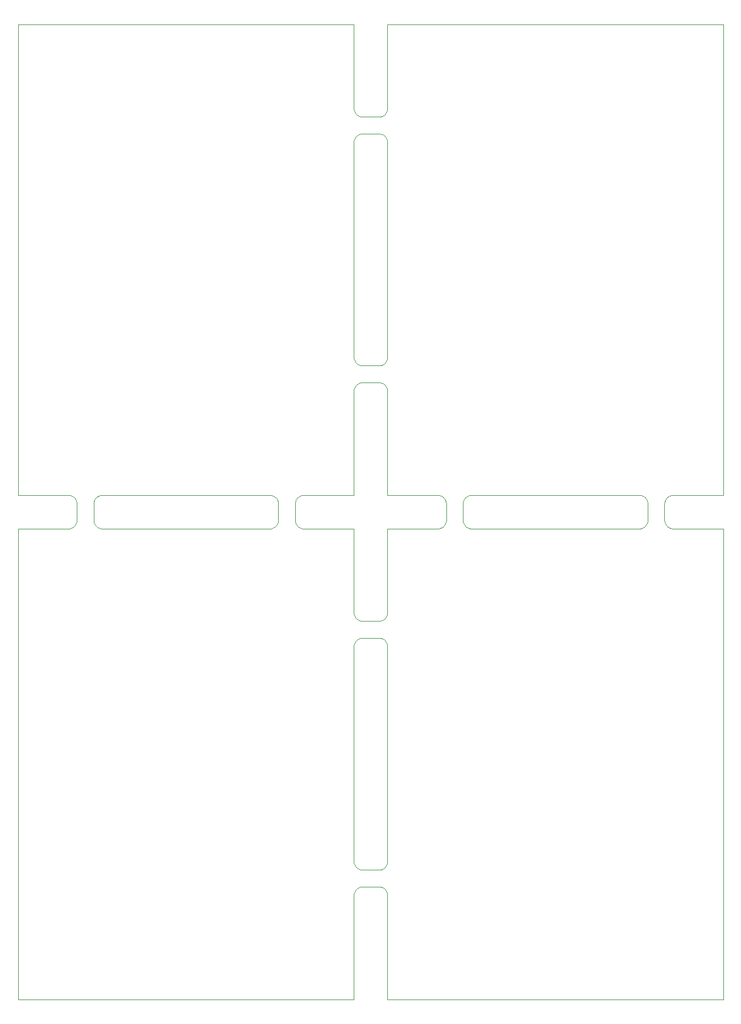
<source format=gbr>
%TF.GenerationSoftware,KiCad,Pcbnew,(5.1.5)-2*%
%TF.CreationDate,2020-11-02T10:43:00+13:00*%
%TF.ProjectId,output.RGB-to-component-panel,6f757470-7574-42e5-9247-422d746f2d63,rev?*%
%TF.SameCoordinates,Original*%
%TF.FileFunction,Profile,NP*%
%FSLAX46Y46*%
G04 Gerber Fmt 4.6, Leading zero omitted, Abs format (unit mm)*
G04 Created by KiCad (PCBNEW (5.1.5)-2) date 2020-11-02 10:43:00*
%MOMM*%
%LPD*%
G04 APERTURE LIST*
%ADD10C,0.050000*%
%ADD11C,0.100000*%
G04 APERTURE END LIST*
D10*
X134800000Y-196000000D02*
X84800000Y-196000000D01*
X134800000Y-126000000D02*
X134800000Y-196000000D01*
X79800000Y-196000000D02*
X29800000Y-196000000D01*
X29800000Y-196000000D02*
X29800000Y-126000000D01*
X29800000Y-121000000D02*
X29800000Y-51000000D01*
X29800000Y-51000000D02*
X79800000Y-51000000D01*
X134800000Y-51000000D02*
X134800000Y-121000000D01*
X84800000Y-51000000D02*
X134800000Y-51000000D01*
D11*
X79800000Y-180500020D02*
X79800000Y-196000000D01*
X84800000Y-180500020D02*
X84800000Y-196000000D01*
X84800000Y-180500020D02*
X84792313Y-180400316D01*
X79800000Y-180500020D02*
X79807687Y-180400316D01*
X84792313Y-180400316D02*
X84776985Y-180301498D01*
X79807687Y-180400316D02*
X79823015Y-180301498D01*
X84776985Y-180301498D02*
X84754107Y-180204151D01*
X79823015Y-180301498D02*
X79845893Y-180204151D01*
X84754107Y-180204151D02*
X84723814Y-180108851D01*
X79845893Y-180204151D02*
X79876186Y-180108851D01*
X84723814Y-180108851D02*
X84686285Y-180016161D01*
X79876186Y-180108851D02*
X79913715Y-180016161D01*
X84686285Y-180016161D02*
X84641742Y-179926630D01*
X79913715Y-180016161D02*
X79958258Y-179926630D01*
X84641742Y-179926630D02*
X84590449Y-179840788D01*
X79958258Y-179926630D02*
X80009551Y-179840788D01*
X84590449Y-179840788D02*
X84532709Y-179759143D01*
X80009551Y-179840788D02*
X80067291Y-179759143D01*
X84532709Y-179759143D02*
X84468864Y-179682178D01*
X80067291Y-179759143D02*
X80131136Y-179682178D01*
X84468864Y-179682178D02*
X84399292Y-179610348D01*
X80131136Y-179682178D02*
X80200708Y-179610348D01*
X84399292Y-179610348D02*
X84324405Y-179544078D01*
X80200708Y-179610348D02*
X80275595Y-179544078D01*
X84324405Y-179544078D02*
X84244646Y-179483760D01*
X80275595Y-179544078D02*
X80355354Y-179483760D01*
X84244646Y-179483760D02*
X84160487Y-179429751D01*
X80355354Y-179483760D02*
X80439513Y-179429751D01*
X84160487Y-179429751D02*
X84072426Y-179382371D01*
X80439513Y-179429751D02*
X80527574Y-179382371D01*
X84072426Y-179382371D02*
X83980984Y-179341900D01*
X80527574Y-179382371D02*
X80619016Y-179341900D01*
X83980984Y-179341900D02*
X83886702Y-179308578D01*
X80619016Y-179341900D02*
X80713298Y-179308578D01*
X83886702Y-179308578D02*
X83790138Y-179282602D01*
X80713298Y-179308578D02*
X80809862Y-179282602D01*
X83790138Y-179282602D02*
X83691863Y-179264125D01*
X80809862Y-179282602D02*
X80908137Y-179264125D01*
X83691863Y-179264125D02*
X83592458Y-179253257D01*
X80908137Y-179264125D02*
X81007542Y-179253257D01*
X83592458Y-179253257D02*
X83492512Y-179250062D01*
X81007542Y-179253257D02*
X81107488Y-179250062D01*
X81107488Y-179250062D02*
X83492512Y-179250062D01*
X84800000Y-175499970D02*
X84792313Y-175599674D01*
X79800000Y-175499970D02*
X79807687Y-175599674D01*
X84792313Y-175599674D02*
X84776985Y-175698492D01*
X79807687Y-175599674D02*
X79823015Y-175698492D01*
X84776985Y-175698492D02*
X84754107Y-175795839D01*
X79823015Y-175698492D02*
X79845893Y-175795839D01*
X84754107Y-175795839D02*
X84723814Y-175891139D01*
X79845893Y-175795839D02*
X79876186Y-175891139D01*
X84723814Y-175891139D02*
X84686285Y-175983829D01*
X79876186Y-175891139D02*
X79913715Y-175983829D01*
X84686285Y-175983829D02*
X84641742Y-176073360D01*
X79913715Y-175983829D02*
X79958258Y-176073360D01*
X84641742Y-176073360D02*
X84590449Y-176159202D01*
X79958258Y-176073360D02*
X80009551Y-176159202D01*
X84590449Y-176159202D02*
X84532709Y-176240847D01*
X80009551Y-176159202D02*
X80067291Y-176240847D01*
X84532709Y-176240847D02*
X84468864Y-176317812D01*
X80067291Y-176240847D02*
X80131136Y-176317812D01*
X84468864Y-176317812D02*
X84399292Y-176389642D01*
X80131136Y-176317812D02*
X80200708Y-176389642D01*
X84399292Y-176389642D02*
X84324405Y-176455912D01*
X80200708Y-176389642D02*
X80275595Y-176455912D01*
X84324405Y-176455912D02*
X84244646Y-176516230D01*
X80275595Y-176455912D02*
X80355354Y-176516230D01*
X84244646Y-176516230D02*
X84160487Y-176570239D01*
X80355354Y-176516230D02*
X80439513Y-176570239D01*
X84160487Y-176570239D02*
X84072426Y-176617619D01*
X80439513Y-176570239D02*
X80527574Y-176617619D01*
X84072426Y-176617619D02*
X83980984Y-176658090D01*
X80527574Y-176617619D02*
X80619016Y-176658090D01*
X83980984Y-176658090D02*
X83886702Y-176691412D01*
X80619016Y-176658090D02*
X80713298Y-176691412D01*
X83886702Y-176691412D02*
X83790138Y-176717388D01*
X80713298Y-176691412D02*
X80809862Y-176717388D01*
X83790138Y-176717388D02*
X83691863Y-176735865D01*
X80809862Y-176717388D02*
X80908137Y-176735865D01*
X83691863Y-176735865D02*
X83592458Y-176746733D01*
X80908137Y-176735865D02*
X81007542Y-176746733D01*
X83592458Y-176746733D02*
X83492512Y-176749928D01*
X81007542Y-176746733D02*
X81107488Y-176749928D01*
X81107488Y-176749928D02*
X83492512Y-176749928D01*
X79800000Y-143500040D02*
X79800000Y-175499970D01*
X79800000Y-138499987D02*
X79800000Y-126000000D01*
X84800000Y-143500040D02*
X84800000Y-175499970D01*
X84800000Y-138499987D02*
X84800000Y-126000000D01*
X84800000Y-143500040D02*
X84792313Y-143400336D01*
X79800000Y-143500040D02*
X79807687Y-143400336D01*
X84792313Y-143400336D02*
X84776985Y-143301518D01*
X79807687Y-143400336D02*
X79823015Y-143301518D01*
X84776985Y-143301518D02*
X84754107Y-143204171D01*
X79823015Y-143301518D02*
X79845893Y-143204171D01*
X84754107Y-143204171D02*
X84723814Y-143108871D01*
X79845893Y-143204171D02*
X79876186Y-143108871D01*
X84723814Y-143108871D02*
X84686285Y-143016181D01*
X79876186Y-143108871D02*
X79913715Y-143016181D01*
X84686285Y-143016181D02*
X84641742Y-142926650D01*
X79913715Y-143016181D02*
X79958258Y-142926650D01*
X84641742Y-142926650D02*
X84590449Y-142840808D01*
X79958258Y-142926650D02*
X80009551Y-142840808D01*
X84590449Y-142840808D02*
X84532709Y-142759163D01*
X80009551Y-142840808D02*
X80067291Y-142759163D01*
X84532709Y-142759163D02*
X84468864Y-142682198D01*
X80067291Y-142759163D02*
X80131136Y-142682198D01*
X84468864Y-142682198D02*
X84399292Y-142610368D01*
X80131136Y-142682198D02*
X80200708Y-142610368D01*
X84399292Y-142610368D02*
X84324405Y-142544098D01*
X80200708Y-142610368D02*
X80275595Y-142544098D01*
X84324405Y-142544098D02*
X84244646Y-142483780D01*
X80275595Y-142544098D02*
X80355354Y-142483780D01*
X84244646Y-142483780D02*
X84160487Y-142429771D01*
X80355354Y-142483780D02*
X80439513Y-142429771D01*
X84160487Y-142429771D02*
X84072426Y-142382391D01*
X80439513Y-142429771D02*
X80527574Y-142382391D01*
X84072426Y-142382391D02*
X83980984Y-142341920D01*
X80527574Y-142382391D02*
X80619016Y-142341920D01*
X83980984Y-142341920D02*
X83886702Y-142308598D01*
X80619016Y-142341920D02*
X80713298Y-142308598D01*
X83886702Y-142308598D02*
X83790138Y-142282622D01*
X80713298Y-142308598D02*
X80809862Y-142282622D01*
X83790138Y-142282622D02*
X83691863Y-142264145D01*
X80809862Y-142282622D02*
X80908137Y-142264145D01*
X83691863Y-142264145D02*
X83592458Y-142253277D01*
X80908137Y-142264145D02*
X81007542Y-142253277D01*
X83592458Y-142253277D02*
X83492512Y-142250082D01*
X81007542Y-142253277D02*
X81107488Y-142250082D01*
X81107488Y-142250082D02*
X83492512Y-142250082D01*
X84800000Y-138499987D02*
X84792313Y-138599691D01*
X79800000Y-138499987D02*
X79807687Y-138599691D01*
X84792313Y-138599691D02*
X84776985Y-138698509D01*
X79807687Y-138599691D02*
X79823015Y-138698509D01*
X84776985Y-138698509D02*
X84754107Y-138795856D01*
X79823015Y-138698509D02*
X79845893Y-138795856D01*
X84754107Y-138795856D02*
X84723814Y-138891156D01*
X79845893Y-138795856D02*
X79876186Y-138891156D01*
X84723814Y-138891156D02*
X84686285Y-138983846D01*
X79876186Y-138891156D02*
X79913715Y-138983846D01*
X84686285Y-138983846D02*
X84641742Y-139073377D01*
X79913715Y-138983846D02*
X79958258Y-139073377D01*
X84641742Y-139073377D02*
X84590449Y-139159219D01*
X79958258Y-139073377D02*
X80009551Y-139159219D01*
X84590449Y-139159219D02*
X84532709Y-139240864D01*
X80009551Y-139159219D02*
X80067291Y-139240864D01*
X84532709Y-139240864D02*
X84468864Y-139317829D01*
X80067291Y-139240864D02*
X80131136Y-139317829D01*
X84468864Y-139317829D02*
X84399292Y-139389659D01*
X80131136Y-139317829D02*
X80200708Y-139389659D01*
X84399292Y-139389659D02*
X84324405Y-139455929D01*
X80200708Y-139389659D02*
X80275595Y-139455929D01*
X84324405Y-139455929D02*
X84244646Y-139516247D01*
X80275595Y-139455929D02*
X80355354Y-139516247D01*
X84244646Y-139516247D02*
X84160487Y-139570256D01*
X80355354Y-139516247D02*
X80439513Y-139570256D01*
X84160487Y-139570256D02*
X84072426Y-139617636D01*
X80439513Y-139570256D02*
X80527574Y-139617636D01*
X84072426Y-139617636D02*
X83980984Y-139658107D01*
X80527574Y-139617636D02*
X80619016Y-139658107D01*
X83980984Y-139658107D02*
X83886702Y-139691429D01*
X80619016Y-139658107D02*
X80713298Y-139691429D01*
X83886702Y-139691429D02*
X83790138Y-139717405D01*
X80713298Y-139691429D02*
X80809862Y-139717405D01*
X83790138Y-139717405D02*
X83691863Y-139735882D01*
X80809862Y-139717405D02*
X80908137Y-139735882D01*
X83691863Y-139735882D02*
X83592458Y-139746750D01*
X80908137Y-139735882D02*
X81007542Y-139746750D01*
X83592458Y-139746750D02*
X83492512Y-139749945D01*
X81007542Y-139746750D02*
X81107488Y-139749945D01*
X81107488Y-139749945D02*
X83492512Y-139749945D01*
X79800000Y-105500020D02*
X79800000Y-121000000D01*
X84800000Y-105500020D02*
X84800000Y-121000000D01*
X84800000Y-105500020D02*
X84792313Y-105400316D01*
X79800000Y-105500020D02*
X79807687Y-105400316D01*
X84792313Y-105400316D02*
X84776985Y-105301498D01*
X79807687Y-105400316D02*
X79823015Y-105301498D01*
X84776985Y-105301498D02*
X84754107Y-105204151D01*
X79823015Y-105301498D02*
X79845893Y-105204151D01*
X84754107Y-105204151D02*
X84723814Y-105108851D01*
X79845893Y-105204151D02*
X79876186Y-105108851D01*
X84723814Y-105108851D02*
X84686285Y-105016161D01*
X79876186Y-105108851D02*
X79913715Y-105016161D01*
X84686285Y-105016161D02*
X84641742Y-104926630D01*
X79913715Y-105016161D02*
X79958258Y-104926630D01*
X84641742Y-104926630D02*
X84590449Y-104840788D01*
X79958258Y-104926630D02*
X80009551Y-104840788D01*
X84590449Y-104840788D02*
X84532709Y-104759143D01*
X80009551Y-104840788D02*
X80067291Y-104759143D01*
X84532709Y-104759143D02*
X84468864Y-104682178D01*
X80067291Y-104759143D02*
X80131136Y-104682178D01*
X84468864Y-104682178D02*
X84399292Y-104610348D01*
X80131136Y-104682178D02*
X80200708Y-104610348D01*
X84399292Y-104610348D02*
X84324405Y-104544078D01*
X80200708Y-104610348D02*
X80275595Y-104544078D01*
X84324405Y-104544078D02*
X84244646Y-104483760D01*
X80275595Y-104544078D02*
X80355354Y-104483760D01*
X84244646Y-104483760D02*
X84160487Y-104429751D01*
X80355354Y-104483760D02*
X80439513Y-104429751D01*
X84160487Y-104429751D02*
X84072426Y-104382371D01*
X80439513Y-104429751D02*
X80527574Y-104382371D01*
X84072426Y-104382371D02*
X83980984Y-104341900D01*
X80527574Y-104382371D02*
X80619016Y-104341900D01*
X83980984Y-104341900D02*
X83886702Y-104308578D01*
X80619016Y-104341900D02*
X80713298Y-104308578D01*
X83886702Y-104308578D02*
X83790138Y-104282602D01*
X80713298Y-104308578D02*
X80809862Y-104282602D01*
X83790138Y-104282602D02*
X83691863Y-104264125D01*
X80809862Y-104282602D02*
X80908137Y-104264125D01*
X83691863Y-104264125D02*
X83592458Y-104253257D01*
X80908137Y-104264125D02*
X81007542Y-104253257D01*
X83592458Y-104253257D02*
X83492512Y-104250062D01*
X81007542Y-104253257D02*
X81107488Y-104250062D01*
X81107488Y-104250062D02*
X83492512Y-104250062D01*
X84800000Y-100499970D02*
X84792313Y-100599674D01*
X79800000Y-100499970D02*
X79807687Y-100599674D01*
X84792313Y-100599674D02*
X84776985Y-100698492D01*
X79807687Y-100599674D02*
X79823015Y-100698492D01*
X84776985Y-100698492D02*
X84754107Y-100795839D01*
X79823015Y-100698492D02*
X79845893Y-100795839D01*
X84754107Y-100795839D02*
X84723814Y-100891139D01*
X79845893Y-100795839D02*
X79876186Y-100891139D01*
X84723814Y-100891139D02*
X84686285Y-100983829D01*
X79876186Y-100891139D02*
X79913715Y-100983829D01*
X84686285Y-100983829D02*
X84641742Y-101073360D01*
X79913715Y-100983829D02*
X79958258Y-101073360D01*
X84641742Y-101073360D02*
X84590449Y-101159202D01*
X79958258Y-101073360D02*
X80009551Y-101159202D01*
X84590449Y-101159202D02*
X84532709Y-101240847D01*
X80009551Y-101159202D02*
X80067291Y-101240847D01*
X84532709Y-101240847D02*
X84468864Y-101317812D01*
X80067291Y-101240847D02*
X80131136Y-101317812D01*
X84468864Y-101317812D02*
X84399292Y-101389642D01*
X80131136Y-101317812D02*
X80200708Y-101389642D01*
X84399292Y-101389642D02*
X84324405Y-101455912D01*
X80200708Y-101389642D02*
X80275595Y-101455912D01*
X84324405Y-101455912D02*
X84244646Y-101516230D01*
X80275595Y-101455912D02*
X80355354Y-101516230D01*
X84244646Y-101516230D02*
X84160487Y-101570239D01*
X80355354Y-101516230D02*
X80439513Y-101570239D01*
X84160487Y-101570239D02*
X84072426Y-101617619D01*
X80439513Y-101570239D02*
X80527574Y-101617619D01*
X84072426Y-101617619D02*
X83980984Y-101658090D01*
X80527574Y-101617619D02*
X80619016Y-101658090D01*
X83980984Y-101658090D02*
X83886702Y-101691412D01*
X80619016Y-101658090D02*
X80713298Y-101691412D01*
X83886702Y-101691412D02*
X83790138Y-101717388D01*
X80713298Y-101691412D02*
X80809862Y-101717388D01*
X83790138Y-101717388D02*
X83691863Y-101735865D01*
X80809862Y-101717388D02*
X80908137Y-101735865D01*
X83691863Y-101735865D02*
X83592458Y-101746733D01*
X80908137Y-101735865D02*
X81007542Y-101746733D01*
X83592458Y-101746733D02*
X83492512Y-101749928D01*
X81007542Y-101746733D02*
X81107488Y-101749928D01*
X81107488Y-101749928D02*
X83492512Y-101749928D01*
X79800000Y-68500040D02*
X79800000Y-100499970D01*
X79800000Y-63499987D02*
X79800000Y-51000000D01*
X84800000Y-68500040D02*
X84800000Y-100499970D01*
X84800000Y-63499987D02*
X84800000Y-51000000D01*
X84800000Y-68500040D02*
X84792313Y-68400336D01*
X79800000Y-68500040D02*
X79807687Y-68400336D01*
X84792313Y-68400336D02*
X84776985Y-68301518D01*
X79807687Y-68400336D02*
X79823015Y-68301518D01*
X84776985Y-68301518D02*
X84754107Y-68204171D01*
X79823015Y-68301518D02*
X79845893Y-68204171D01*
X84754107Y-68204171D02*
X84723814Y-68108871D01*
X79845893Y-68204171D02*
X79876186Y-68108871D01*
X84723814Y-68108871D02*
X84686285Y-68016181D01*
X79876186Y-68108871D02*
X79913715Y-68016181D01*
X84686285Y-68016181D02*
X84641742Y-67926650D01*
X79913715Y-68016181D02*
X79958258Y-67926650D01*
X84641742Y-67926650D02*
X84590449Y-67840808D01*
X79958258Y-67926650D02*
X80009551Y-67840808D01*
X84590449Y-67840808D02*
X84532709Y-67759163D01*
X80009551Y-67840808D02*
X80067291Y-67759163D01*
X84532709Y-67759163D02*
X84468864Y-67682198D01*
X80067291Y-67759163D02*
X80131136Y-67682198D01*
X84468864Y-67682198D02*
X84399292Y-67610368D01*
X80131136Y-67682198D02*
X80200708Y-67610368D01*
X84399292Y-67610368D02*
X84324405Y-67544098D01*
X80200708Y-67610368D02*
X80275595Y-67544098D01*
X84324405Y-67544098D02*
X84244646Y-67483780D01*
X80275595Y-67544098D02*
X80355354Y-67483780D01*
X84244646Y-67483780D02*
X84160487Y-67429771D01*
X80355354Y-67483780D02*
X80439513Y-67429771D01*
X84160487Y-67429771D02*
X84072426Y-67382391D01*
X80439513Y-67429771D02*
X80527574Y-67382391D01*
X84072426Y-67382391D02*
X83980984Y-67341920D01*
X80527574Y-67382391D02*
X80619016Y-67341920D01*
X83980984Y-67341920D02*
X83886702Y-67308598D01*
X80619016Y-67341920D02*
X80713298Y-67308598D01*
X83886702Y-67308598D02*
X83790138Y-67282622D01*
X80713298Y-67308598D02*
X80809862Y-67282622D01*
X83790138Y-67282622D02*
X83691863Y-67264145D01*
X80809862Y-67282622D02*
X80908137Y-67264145D01*
X83691863Y-67264145D02*
X83592458Y-67253277D01*
X80908137Y-67264145D02*
X81007542Y-67253277D01*
X83592458Y-67253277D02*
X83492512Y-67250082D01*
X81007542Y-67253277D02*
X81107488Y-67250082D01*
X81107488Y-67250082D02*
X83492512Y-67250082D01*
X84800000Y-63499987D02*
X84792313Y-63599691D01*
X79800000Y-63499987D02*
X79807687Y-63599691D01*
X84792313Y-63599691D02*
X84776985Y-63698509D01*
X79807687Y-63599691D02*
X79823015Y-63698509D01*
X84776985Y-63698509D02*
X84754107Y-63795856D01*
X79823015Y-63698509D02*
X79845893Y-63795856D01*
X84754107Y-63795856D02*
X84723814Y-63891156D01*
X79845893Y-63795856D02*
X79876186Y-63891156D01*
X84723814Y-63891156D02*
X84686285Y-63983846D01*
X79876186Y-63891156D02*
X79913715Y-63983846D01*
X84686285Y-63983846D02*
X84641742Y-64073377D01*
X79913715Y-63983846D02*
X79958258Y-64073377D01*
X84641742Y-64073377D02*
X84590449Y-64159219D01*
X79958258Y-64073377D02*
X80009551Y-64159219D01*
X84590449Y-64159219D02*
X84532709Y-64240864D01*
X80009551Y-64159219D02*
X80067291Y-64240864D01*
X84532709Y-64240864D02*
X84468864Y-64317829D01*
X80067291Y-64240864D02*
X80131136Y-64317829D01*
X84468864Y-64317829D02*
X84399292Y-64389659D01*
X80131136Y-64317829D02*
X80200708Y-64389659D01*
X84399292Y-64389659D02*
X84324405Y-64455929D01*
X80200708Y-64389659D02*
X80275595Y-64455929D01*
X84324405Y-64455929D02*
X84244646Y-64516247D01*
X80275595Y-64455929D02*
X80355354Y-64516247D01*
X84244646Y-64516247D02*
X84160487Y-64570256D01*
X80355354Y-64516247D02*
X80439513Y-64570256D01*
X84160487Y-64570256D02*
X84072426Y-64617636D01*
X80439513Y-64570256D02*
X80527574Y-64617636D01*
X84072426Y-64617636D02*
X83980984Y-64658107D01*
X80527574Y-64617636D02*
X80619016Y-64658107D01*
X83980984Y-64658107D02*
X83886702Y-64691429D01*
X80619016Y-64658107D02*
X80713298Y-64691429D01*
X83886702Y-64691429D02*
X83790138Y-64717405D01*
X80713298Y-64691429D02*
X80809862Y-64717405D01*
X83790138Y-64717405D02*
X83691863Y-64735882D01*
X80809862Y-64717405D02*
X80908137Y-64735882D01*
X83691863Y-64735882D02*
X83592458Y-64746750D01*
X80908137Y-64735882D02*
X81007542Y-64746750D01*
X83592458Y-64746750D02*
X83492512Y-64749945D01*
X81007542Y-64746750D02*
X81107488Y-64749945D01*
X81107488Y-64749945D02*
X83492512Y-64749945D01*
X127300000Y-126000000D02*
X134800000Y-126000000D01*
X127300000Y-121000000D02*
X134800000Y-121000000D01*
X127300000Y-121000000D02*
X127200296Y-121007687D01*
X127300000Y-126000000D02*
X127200296Y-125992313D01*
X127200296Y-121007687D02*
X127101478Y-121023015D01*
X127200296Y-125992313D02*
X127101478Y-125976985D01*
X127101478Y-121023015D02*
X127004131Y-121045893D01*
X127101478Y-125976985D02*
X127004131Y-125954107D01*
X127004131Y-121045893D02*
X126908831Y-121076186D01*
X127004131Y-125954107D02*
X126908831Y-125923814D01*
X126908831Y-121076186D02*
X126816141Y-121113715D01*
X126908831Y-125923814D02*
X126816141Y-125886285D01*
X126816141Y-121113715D02*
X126726610Y-121158258D01*
X126816141Y-125886285D02*
X126726610Y-125841742D01*
X126726610Y-121158258D02*
X126640768Y-121209551D01*
X126726610Y-125841742D02*
X126640768Y-125790449D01*
X126640768Y-121209551D02*
X126559123Y-121267291D01*
X126640768Y-125790449D02*
X126559123Y-125732709D01*
X126559123Y-121267291D02*
X126482158Y-121331136D01*
X126559123Y-125732709D02*
X126482158Y-125668864D01*
X126482158Y-121331136D02*
X126410328Y-121400708D01*
X126482158Y-125668864D02*
X126410328Y-125599292D01*
X126410328Y-121400708D02*
X126344058Y-121475595D01*
X126410328Y-125599292D02*
X126344058Y-125524405D01*
X126344058Y-121475595D02*
X126283740Y-121555354D01*
X126344058Y-125524405D02*
X126283740Y-125444646D01*
X126283740Y-121555354D02*
X126229731Y-121639513D01*
X126283740Y-125444646D02*
X126229731Y-125360487D01*
X126229731Y-121639513D02*
X126182351Y-121727574D01*
X126229731Y-125360487D02*
X126182351Y-125272426D01*
X126182351Y-121727574D02*
X126141880Y-121819016D01*
X126182351Y-125272426D02*
X126141880Y-125180984D01*
X126141880Y-121819016D02*
X126108558Y-121913298D01*
X126141880Y-125180984D02*
X126108558Y-125086702D01*
X126108558Y-121913298D02*
X126082582Y-122009862D01*
X126108558Y-125086702D02*
X126082582Y-124990138D01*
X126082582Y-122009862D02*
X126064105Y-122108137D01*
X126082582Y-124990138D02*
X126064105Y-124891863D01*
X126064105Y-122108137D02*
X126053237Y-122207542D01*
X126064105Y-124891863D02*
X126053237Y-124792458D01*
X126053237Y-122207542D02*
X126050042Y-122307488D01*
X126053237Y-124792458D02*
X126050042Y-124692512D01*
X126050042Y-124692512D02*
X126050042Y-122307488D01*
X122300000Y-121000000D02*
X122399704Y-121007687D01*
X122300000Y-126000000D02*
X122399704Y-125992313D01*
X122399704Y-121007687D02*
X122498522Y-121023015D01*
X122399704Y-125992313D02*
X122498522Y-125976985D01*
X122498522Y-121023015D02*
X122595869Y-121045893D01*
X122498522Y-125976985D02*
X122595869Y-125954107D01*
X122595869Y-121045893D02*
X122691169Y-121076186D01*
X122595869Y-125954107D02*
X122691169Y-125923814D01*
X122691169Y-121076186D02*
X122783859Y-121113715D01*
X122691169Y-125923814D02*
X122783859Y-125886285D01*
X122783859Y-121113715D02*
X122873390Y-121158258D01*
X122783859Y-125886285D02*
X122873390Y-125841742D01*
X122873390Y-121158258D02*
X122959232Y-121209551D01*
X122873390Y-125841742D02*
X122959232Y-125790449D01*
X122959232Y-121209551D02*
X123040877Y-121267291D01*
X122959232Y-125790449D02*
X123040877Y-125732709D01*
X123040877Y-121267291D02*
X123117842Y-121331136D01*
X123040877Y-125732709D02*
X123117842Y-125668864D01*
X123117842Y-121331136D02*
X123189672Y-121400708D01*
X123117842Y-125668864D02*
X123189672Y-125599292D01*
X123189672Y-121400708D02*
X123255942Y-121475595D01*
X123189672Y-125599292D02*
X123255942Y-125524405D01*
X123255942Y-121475595D02*
X123316260Y-121555354D01*
X123255942Y-125524405D02*
X123316260Y-125444646D01*
X123316260Y-121555354D02*
X123370269Y-121639513D01*
X123316260Y-125444646D02*
X123370269Y-125360487D01*
X123370269Y-121639513D02*
X123417649Y-121727574D01*
X123370269Y-125360487D02*
X123417649Y-125272426D01*
X123417649Y-121727574D02*
X123458120Y-121819016D01*
X123417649Y-125272426D02*
X123458120Y-125180984D01*
X123458120Y-121819016D02*
X123491442Y-121913298D01*
X123458120Y-125180984D02*
X123491442Y-125086702D01*
X123491442Y-121913298D02*
X123517418Y-122009862D01*
X123491442Y-125086702D02*
X123517418Y-124990138D01*
X123517418Y-122009862D02*
X123535895Y-122108137D01*
X123517418Y-124990138D02*
X123535895Y-124891863D01*
X123535895Y-122108137D02*
X123546763Y-122207542D01*
X123535895Y-124891863D02*
X123546763Y-124792458D01*
X123546763Y-122207542D02*
X123549958Y-122307488D01*
X123546763Y-124792458D02*
X123549958Y-124692512D01*
X123549958Y-124692512D02*
X123549958Y-122307488D01*
X97300025Y-126000000D02*
X122300000Y-126000000D01*
X92300000Y-126000000D02*
X84800000Y-126000000D01*
X97300025Y-121000000D02*
X122300000Y-121000000D01*
X92300000Y-121000000D02*
X84800000Y-121000000D01*
X97300025Y-121000000D02*
X97200321Y-121007687D01*
X97300025Y-126000000D02*
X97200321Y-125992313D01*
X97200321Y-121007687D02*
X97101503Y-121023015D01*
X97200321Y-125992313D02*
X97101503Y-125976985D01*
X97101503Y-121023015D02*
X97004156Y-121045893D01*
X97101503Y-125976985D02*
X97004156Y-125954107D01*
X97004156Y-121045893D02*
X96908856Y-121076186D01*
X97004156Y-125954107D02*
X96908856Y-125923814D01*
X96908856Y-121076186D02*
X96816166Y-121113715D01*
X96908856Y-125923814D02*
X96816166Y-125886285D01*
X96816166Y-121113715D02*
X96726635Y-121158258D01*
X96816166Y-125886285D02*
X96726635Y-125841742D01*
X96726635Y-121158258D02*
X96640793Y-121209551D01*
X96726635Y-125841742D02*
X96640793Y-125790449D01*
X96640793Y-121209551D02*
X96559148Y-121267291D01*
X96640793Y-125790449D02*
X96559148Y-125732709D01*
X96559148Y-121267291D02*
X96482183Y-121331136D01*
X96559148Y-125732709D02*
X96482183Y-125668864D01*
X96482183Y-121331136D02*
X96410353Y-121400708D01*
X96482183Y-125668864D02*
X96410353Y-125599292D01*
X96410353Y-121400708D02*
X96344083Y-121475595D01*
X96410353Y-125599292D02*
X96344083Y-125524405D01*
X96344083Y-121475595D02*
X96283765Y-121555354D01*
X96344083Y-125524405D02*
X96283765Y-125444646D01*
X96283765Y-121555354D02*
X96229756Y-121639513D01*
X96283765Y-125444646D02*
X96229756Y-125360487D01*
X96229756Y-121639513D02*
X96182376Y-121727574D01*
X96229756Y-125360487D02*
X96182376Y-125272426D01*
X96182376Y-121727574D02*
X96141905Y-121819016D01*
X96182376Y-125272426D02*
X96141905Y-125180984D01*
X96141905Y-121819016D02*
X96108583Y-121913298D01*
X96141905Y-125180984D02*
X96108583Y-125086702D01*
X96108583Y-121913298D02*
X96082607Y-122009862D01*
X96108583Y-125086702D02*
X96082607Y-124990138D01*
X96082607Y-122009862D02*
X96064130Y-122108137D01*
X96082607Y-124990138D02*
X96064130Y-124891863D01*
X96064130Y-122108137D02*
X96053262Y-122207542D01*
X96064130Y-124891863D02*
X96053262Y-124792458D01*
X96053262Y-122207542D02*
X96050067Y-122307488D01*
X96053262Y-124792458D02*
X96050067Y-124692512D01*
X96050067Y-124692512D02*
X96050067Y-122307488D01*
X92300000Y-121000000D02*
X92399704Y-121007687D01*
X92300000Y-126000000D02*
X92399704Y-125992313D01*
X92399704Y-121007687D02*
X92498522Y-121023015D01*
X92399704Y-125992313D02*
X92498522Y-125976985D01*
X92498522Y-121023015D02*
X92595869Y-121045893D01*
X92498522Y-125976985D02*
X92595869Y-125954107D01*
X92595869Y-121045893D02*
X92691169Y-121076186D01*
X92595869Y-125954107D02*
X92691169Y-125923814D01*
X92691169Y-121076186D02*
X92783859Y-121113715D01*
X92691169Y-125923814D02*
X92783859Y-125886285D01*
X92783859Y-121113715D02*
X92873390Y-121158258D01*
X92783859Y-125886285D02*
X92873390Y-125841742D01*
X92873390Y-121158258D02*
X92959232Y-121209551D01*
X92873390Y-125841742D02*
X92959232Y-125790449D01*
X92959232Y-121209551D02*
X93040877Y-121267291D01*
X92959232Y-125790449D02*
X93040877Y-125732709D01*
X93040877Y-121267291D02*
X93117842Y-121331136D01*
X93040877Y-125732709D02*
X93117842Y-125668864D01*
X93117842Y-121331136D02*
X93189672Y-121400708D01*
X93117842Y-125668864D02*
X93189672Y-125599292D01*
X93189672Y-121400708D02*
X93255942Y-121475595D01*
X93189672Y-125599292D02*
X93255942Y-125524405D01*
X93255942Y-121475595D02*
X93316260Y-121555354D01*
X93255942Y-125524405D02*
X93316260Y-125444646D01*
X93316260Y-121555354D02*
X93370269Y-121639513D01*
X93316260Y-125444646D02*
X93370269Y-125360487D01*
X93370269Y-121639513D02*
X93417649Y-121727574D01*
X93370269Y-125360487D02*
X93417649Y-125272426D01*
X93417649Y-121727574D02*
X93458120Y-121819016D01*
X93417649Y-125272426D02*
X93458120Y-125180984D01*
X93458120Y-121819016D02*
X93491442Y-121913298D01*
X93458120Y-125180984D02*
X93491442Y-125086702D01*
X93491442Y-121913298D02*
X93517418Y-122009862D01*
X93491442Y-125086702D02*
X93517418Y-124990138D01*
X93517418Y-122009862D02*
X93535895Y-122108137D01*
X93517418Y-124990138D02*
X93535895Y-124891863D01*
X93535895Y-122108137D02*
X93546763Y-122207542D01*
X93535895Y-124891863D02*
X93546763Y-124792458D01*
X93546763Y-122207542D02*
X93549958Y-122307488D01*
X93546763Y-124792458D02*
X93549958Y-124692512D01*
X93549958Y-124692512D02*
X93549958Y-122307488D01*
X72300000Y-121000000D02*
X79800000Y-121000000D01*
X72300000Y-126000000D02*
X79800000Y-126000000D01*
X67300000Y-126000000D02*
X67399704Y-125992313D01*
X67300000Y-121000000D02*
X67399704Y-121007687D01*
X67399704Y-125992313D02*
X67498522Y-125976985D01*
X67399704Y-121007687D02*
X67498522Y-121023015D01*
X67498522Y-125976985D02*
X67595869Y-125954107D01*
X67498522Y-121023015D02*
X67595869Y-121045893D01*
X67595869Y-125954107D02*
X67691169Y-125923814D01*
X67595869Y-121045893D02*
X67691169Y-121076186D01*
X67691169Y-125923814D02*
X67783859Y-125886285D01*
X67691169Y-121076186D02*
X67783859Y-121113715D01*
X67783859Y-125886285D02*
X67873390Y-125841742D01*
X67783859Y-121113715D02*
X67873390Y-121158258D01*
X67873390Y-125841742D02*
X67959232Y-125790449D01*
X67873390Y-121158258D02*
X67959232Y-121209551D01*
X67959232Y-125790449D02*
X68040877Y-125732709D01*
X67959232Y-121209551D02*
X68040877Y-121267291D01*
X68040877Y-125732709D02*
X68117842Y-125668864D01*
X68040877Y-121267291D02*
X68117842Y-121331136D01*
X68117842Y-125668864D02*
X68189672Y-125599292D01*
X68117842Y-121331136D02*
X68189672Y-121400708D01*
X68189672Y-125599292D02*
X68255942Y-125524405D01*
X68189672Y-121400708D02*
X68255942Y-121475595D01*
X68255942Y-125524405D02*
X68316260Y-125444646D01*
X68255942Y-121475595D02*
X68316260Y-121555354D01*
X68316260Y-125444646D02*
X68370269Y-125360487D01*
X68316260Y-121555354D02*
X68370269Y-121639513D01*
X68370269Y-125360487D02*
X68417649Y-125272426D01*
X68370269Y-121639513D02*
X68417649Y-121727574D01*
X68417649Y-125272426D02*
X68458120Y-125180984D01*
X68417649Y-121727574D02*
X68458120Y-121819016D01*
X68458120Y-125180984D02*
X68491442Y-125086702D01*
X68458120Y-121819016D02*
X68491442Y-121913298D01*
X68491442Y-125086702D02*
X68517418Y-124990138D01*
X68491442Y-121913298D02*
X68517418Y-122009862D01*
X68517418Y-124990138D02*
X68535895Y-124891863D01*
X68517418Y-122009862D02*
X68535895Y-122108137D01*
X68535895Y-124891863D02*
X68546763Y-124792458D01*
X68535895Y-122108137D02*
X68546763Y-122207542D01*
X68546763Y-124792458D02*
X68549958Y-124692512D01*
X68546763Y-122207542D02*
X68549958Y-122307488D01*
X68549958Y-122307488D02*
X68549958Y-124692512D01*
X72300000Y-126000000D02*
X72200296Y-125992313D01*
X72300000Y-121000000D02*
X72200296Y-121007687D01*
X72200296Y-125992313D02*
X72101478Y-125976985D01*
X72200296Y-121007687D02*
X72101478Y-121023015D01*
X72101478Y-125976985D02*
X72004131Y-125954107D01*
X72101478Y-121023015D02*
X72004131Y-121045893D01*
X72004131Y-125954107D02*
X71908831Y-125923814D01*
X72004131Y-121045893D02*
X71908831Y-121076186D01*
X71908831Y-125923814D02*
X71816141Y-125886285D01*
X71908831Y-121076186D02*
X71816141Y-121113715D01*
X71816141Y-125886285D02*
X71726610Y-125841742D01*
X71816141Y-121113715D02*
X71726610Y-121158258D01*
X71726610Y-125841742D02*
X71640768Y-125790449D01*
X71726610Y-121158258D02*
X71640768Y-121209551D01*
X71640768Y-125790449D02*
X71559123Y-125732709D01*
X71640768Y-121209551D02*
X71559123Y-121267291D01*
X71559123Y-125732709D02*
X71482158Y-125668864D01*
X71559123Y-121267291D02*
X71482158Y-121331136D01*
X71482158Y-125668864D02*
X71410328Y-125599292D01*
X71482158Y-121331136D02*
X71410328Y-121400708D01*
X71410328Y-125599292D02*
X71344058Y-125524405D01*
X71410328Y-121400708D02*
X71344058Y-121475595D01*
X71344058Y-125524405D02*
X71283740Y-125444646D01*
X71344058Y-121475595D02*
X71283740Y-121555354D01*
X71283740Y-125444646D02*
X71229731Y-125360487D01*
X71283740Y-121555354D02*
X71229731Y-121639513D01*
X71229731Y-125360487D02*
X71182351Y-125272426D01*
X71229731Y-121639513D02*
X71182351Y-121727574D01*
X71182351Y-125272426D02*
X71141880Y-125180984D01*
X71182351Y-121727574D02*
X71141880Y-121819016D01*
X71141880Y-125180984D02*
X71108558Y-125086702D01*
X71141880Y-121819016D02*
X71108558Y-121913298D01*
X71108558Y-125086702D02*
X71082582Y-124990138D01*
X71108558Y-121913298D02*
X71082582Y-122009862D01*
X71082582Y-124990138D02*
X71064105Y-124891863D01*
X71082582Y-122009862D02*
X71064105Y-122108137D01*
X71064105Y-124891863D02*
X71053237Y-124792458D01*
X71064105Y-122108137D02*
X71053237Y-122207542D01*
X71053237Y-124792458D02*
X71050042Y-124692512D01*
X71053237Y-122207542D02*
X71050042Y-122307488D01*
X71050042Y-122307488D02*
X71050042Y-124692512D01*
X42300025Y-121000000D02*
X67300000Y-121000000D01*
X37300000Y-121000000D02*
X29800000Y-121000000D01*
X42300025Y-126000000D02*
X67300000Y-126000000D01*
X37300000Y-126000000D02*
X29800000Y-126000000D01*
X37300000Y-126000000D02*
X37399704Y-125992313D01*
X37300000Y-121000000D02*
X37399704Y-121007687D01*
X37399704Y-125992313D02*
X37498522Y-125976985D01*
X37399704Y-121007687D02*
X37498522Y-121023015D01*
X37498522Y-125976985D02*
X37595869Y-125954107D01*
X37498522Y-121023015D02*
X37595869Y-121045893D01*
X37595869Y-125954107D02*
X37691169Y-125923814D01*
X37595869Y-121045893D02*
X37691169Y-121076186D01*
X37691169Y-125923814D02*
X37783859Y-125886285D01*
X37691169Y-121076186D02*
X37783859Y-121113715D01*
X37783859Y-125886285D02*
X37873390Y-125841742D01*
X37783859Y-121113715D02*
X37873390Y-121158258D01*
X37873390Y-125841742D02*
X37959232Y-125790449D01*
X37873390Y-121158258D02*
X37959232Y-121209551D01*
X37959232Y-125790449D02*
X38040877Y-125732709D01*
X37959232Y-121209551D02*
X38040877Y-121267291D01*
X38040877Y-125732709D02*
X38117842Y-125668864D01*
X38040877Y-121267291D02*
X38117842Y-121331136D01*
X38117842Y-125668864D02*
X38189672Y-125599292D01*
X38117842Y-121331136D02*
X38189672Y-121400708D01*
X38189672Y-125599292D02*
X38255942Y-125524405D01*
X38189672Y-121400708D02*
X38255942Y-121475595D01*
X38255942Y-125524405D02*
X38316260Y-125444646D01*
X38255942Y-121475595D02*
X38316260Y-121555354D01*
X38316260Y-125444646D02*
X38370269Y-125360487D01*
X38316260Y-121555354D02*
X38370269Y-121639513D01*
X38370269Y-125360487D02*
X38417649Y-125272426D01*
X38370269Y-121639513D02*
X38417649Y-121727574D01*
X38417649Y-125272426D02*
X38458120Y-125180984D01*
X38417649Y-121727574D02*
X38458120Y-121819016D01*
X38458120Y-125180984D02*
X38491442Y-125086702D01*
X38458120Y-121819016D02*
X38491442Y-121913298D01*
X38491442Y-125086702D02*
X38517418Y-124990138D01*
X38491442Y-121913298D02*
X38517418Y-122009862D01*
X38517418Y-124990138D02*
X38535895Y-124891863D01*
X38517418Y-122009862D02*
X38535895Y-122108137D01*
X38535895Y-124891863D02*
X38546763Y-124792458D01*
X38535895Y-122108137D02*
X38546763Y-122207542D01*
X38546763Y-124792458D02*
X38549958Y-124692512D01*
X38546763Y-122207542D02*
X38549958Y-122307488D01*
X38549958Y-122307488D02*
X38549958Y-124692512D01*
X42300025Y-126000000D02*
X42200321Y-125992313D01*
X42300025Y-121000000D02*
X42200321Y-121007687D01*
X42200321Y-125992313D02*
X42101503Y-125976985D01*
X42200321Y-121007687D02*
X42101503Y-121023015D01*
X42101503Y-125976985D02*
X42004156Y-125954107D01*
X42101503Y-121023015D02*
X42004156Y-121045893D01*
X42004156Y-125954107D02*
X41908856Y-125923814D01*
X42004156Y-121045893D02*
X41908856Y-121076186D01*
X41908856Y-125923814D02*
X41816166Y-125886285D01*
X41908856Y-121076186D02*
X41816166Y-121113715D01*
X41816166Y-125886285D02*
X41726635Y-125841742D01*
X41816166Y-121113715D02*
X41726635Y-121158258D01*
X41726635Y-125841742D02*
X41640793Y-125790449D01*
X41726635Y-121158258D02*
X41640793Y-121209551D01*
X41640793Y-125790449D02*
X41559148Y-125732709D01*
X41640793Y-121209551D02*
X41559148Y-121267291D01*
X41559148Y-125732709D02*
X41482183Y-125668864D01*
X41559148Y-121267291D02*
X41482183Y-121331136D01*
X41482183Y-125668864D02*
X41410353Y-125599292D01*
X41482183Y-121331136D02*
X41410353Y-121400708D01*
X41410353Y-125599292D02*
X41344083Y-125524405D01*
X41410353Y-121400708D02*
X41344083Y-121475595D01*
X41344083Y-125524405D02*
X41283765Y-125444646D01*
X41344083Y-121475595D02*
X41283765Y-121555354D01*
X41283765Y-125444646D02*
X41229756Y-125360487D01*
X41283765Y-121555354D02*
X41229756Y-121639513D01*
X41229756Y-125360487D02*
X41182376Y-125272426D01*
X41229756Y-121639513D02*
X41182376Y-121727574D01*
X41182376Y-125272426D02*
X41141905Y-125180984D01*
X41182376Y-121727574D02*
X41141905Y-121819016D01*
X41141905Y-125180984D02*
X41108583Y-125086702D01*
X41141905Y-121819016D02*
X41108583Y-121913298D01*
X41108583Y-125086702D02*
X41082607Y-124990138D01*
X41108583Y-121913298D02*
X41082607Y-122009862D01*
X41082607Y-124990138D02*
X41064130Y-124891863D01*
X41082607Y-122009862D02*
X41064130Y-122108137D01*
X41064130Y-124891863D02*
X41053262Y-124792458D01*
X41064130Y-122108137D02*
X41053262Y-122207542D01*
X41053262Y-124792458D02*
X41050067Y-124692512D01*
X41053262Y-122207542D02*
X41050067Y-122307488D01*
X41050067Y-122307488D02*
X41050067Y-124692512D01*
M02*

</source>
